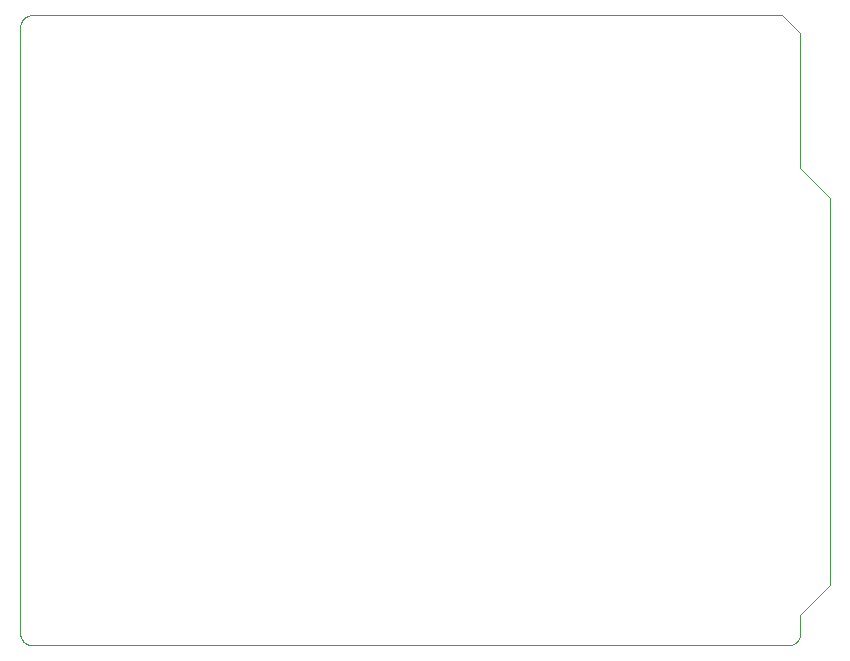
<source format=gbp>
G75*
%MOIN*%
%OFA0B0*%
%FSLAX25Y25*%
%IPPOS*%
%LPD*%
%AMOC8*
5,1,8,0,0,1.08239X$1,22.5*
%
%ADD10C,0.00000*%
D10*
X0027250Y0008937D02*
X0027250Y0211063D01*
X0027252Y0211187D01*
X0027258Y0211310D01*
X0027267Y0211434D01*
X0027281Y0211556D01*
X0027298Y0211679D01*
X0027320Y0211801D01*
X0027345Y0211922D01*
X0027374Y0212042D01*
X0027406Y0212161D01*
X0027443Y0212280D01*
X0027483Y0212397D01*
X0027526Y0212512D01*
X0027574Y0212627D01*
X0027625Y0212739D01*
X0027679Y0212850D01*
X0027737Y0212960D01*
X0027798Y0213067D01*
X0027863Y0213173D01*
X0027931Y0213276D01*
X0028002Y0213377D01*
X0028076Y0213476D01*
X0028153Y0213573D01*
X0028234Y0213667D01*
X0028317Y0213758D01*
X0028403Y0213847D01*
X0028492Y0213933D01*
X0028583Y0214016D01*
X0028677Y0214097D01*
X0028774Y0214174D01*
X0028873Y0214248D01*
X0028974Y0214319D01*
X0029077Y0214387D01*
X0029183Y0214452D01*
X0029290Y0214513D01*
X0029400Y0214571D01*
X0029511Y0214625D01*
X0029623Y0214676D01*
X0029738Y0214724D01*
X0029853Y0214767D01*
X0029970Y0214807D01*
X0030089Y0214844D01*
X0030208Y0214876D01*
X0030328Y0214905D01*
X0030449Y0214930D01*
X0030571Y0214952D01*
X0030694Y0214969D01*
X0030816Y0214983D01*
X0030940Y0214992D01*
X0031063Y0214998D01*
X0031187Y0215000D01*
X0281250Y0215000D01*
X0287250Y0209000D01*
X0287250Y0164000D01*
X0297250Y0154000D01*
X0297250Y0025000D01*
X0287250Y0015000D01*
X0287250Y0008937D01*
X0287248Y0008813D01*
X0287242Y0008690D01*
X0287233Y0008566D01*
X0287219Y0008444D01*
X0287202Y0008321D01*
X0287180Y0008199D01*
X0287155Y0008078D01*
X0287126Y0007958D01*
X0287094Y0007839D01*
X0287057Y0007720D01*
X0287017Y0007603D01*
X0286974Y0007488D01*
X0286926Y0007373D01*
X0286875Y0007261D01*
X0286821Y0007150D01*
X0286763Y0007040D01*
X0286702Y0006933D01*
X0286637Y0006827D01*
X0286569Y0006724D01*
X0286498Y0006623D01*
X0286424Y0006524D01*
X0286347Y0006427D01*
X0286266Y0006333D01*
X0286183Y0006242D01*
X0286097Y0006153D01*
X0286008Y0006067D01*
X0285917Y0005984D01*
X0285823Y0005903D01*
X0285726Y0005826D01*
X0285627Y0005752D01*
X0285526Y0005681D01*
X0285423Y0005613D01*
X0285317Y0005548D01*
X0285210Y0005487D01*
X0285100Y0005429D01*
X0284989Y0005375D01*
X0284877Y0005324D01*
X0284762Y0005276D01*
X0284647Y0005233D01*
X0284530Y0005193D01*
X0284411Y0005156D01*
X0284292Y0005124D01*
X0284172Y0005095D01*
X0284051Y0005070D01*
X0283929Y0005048D01*
X0283806Y0005031D01*
X0283684Y0005017D01*
X0283560Y0005008D01*
X0283437Y0005002D01*
X0283313Y0005000D01*
X0031187Y0005000D01*
X0031063Y0005002D01*
X0030940Y0005008D01*
X0030816Y0005017D01*
X0030694Y0005031D01*
X0030571Y0005048D01*
X0030449Y0005070D01*
X0030328Y0005095D01*
X0030208Y0005124D01*
X0030089Y0005156D01*
X0029970Y0005193D01*
X0029853Y0005233D01*
X0029738Y0005276D01*
X0029623Y0005324D01*
X0029511Y0005375D01*
X0029400Y0005429D01*
X0029290Y0005487D01*
X0029183Y0005548D01*
X0029077Y0005613D01*
X0028974Y0005681D01*
X0028873Y0005752D01*
X0028774Y0005826D01*
X0028677Y0005903D01*
X0028583Y0005984D01*
X0028492Y0006067D01*
X0028403Y0006153D01*
X0028317Y0006242D01*
X0028234Y0006333D01*
X0028153Y0006427D01*
X0028076Y0006524D01*
X0028002Y0006623D01*
X0027931Y0006724D01*
X0027863Y0006827D01*
X0027798Y0006933D01*
X0027737Y0007040D01*
X0027679Y0007150D01*
X0027625Y0007261D01*
X0027574Y0007373D01*
X0027526Y0007488D01*
X0027483Y0007603D01*
X0027443Y0007720D01*
X0027406Y0007839D01*
X0027374Y0007958D01*
X0027345Y0008078D01*
X0027320Y0008199D01*
X0027298Y0008321D01*
X0027281Y0008444D01*
X0027267Y0008566D01*
X0027258Y0008690D01*
X0027252Y0008813D01*
X0027250Y0008937D01*
M02*

</source>
